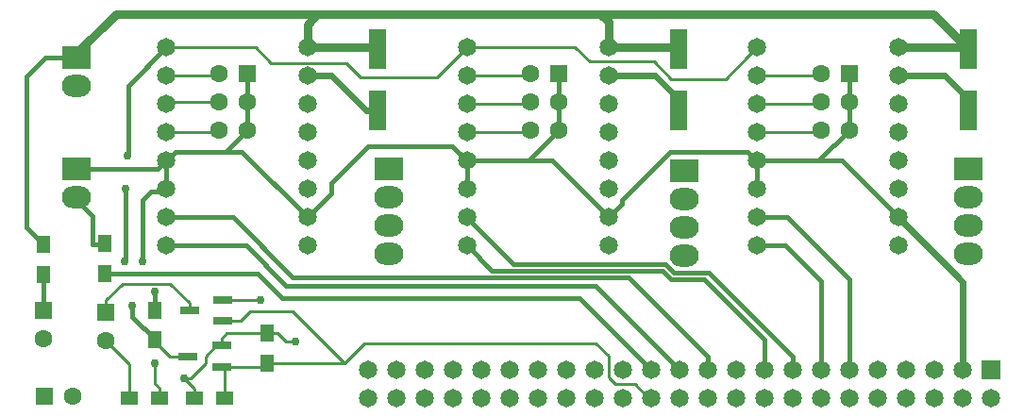
<source format=gtl>
G04 #@! TF.FileFunction,Copper,L1,Top,Signal*
%FSLAX46Y46*%
G04 Gerber Fmt 4.6, Leading zero omitted, Abs format (unit mm)*
G04 Created by KiCad (PCBNEW 4.0.2-stable) date 6/28/2016 8:29:36 AM*
%MOMM*%
G01*
G04 APERTURE LIST*
%ADD10C,0.100000*%
%ADD11R,1.600200X3.599180*%
%ADD12R,2.600000X2.000000*%
%ADD13O,2.600000X2.000000*%
%ADD14R,1.600000X1.600000*%
%ADD15C,1.600000*%
%ADD16R,1.800860X0.800100*%
%ADD17R,1.500000X1.300000*%
%ADD18R,1.300000X1.500000*%
%ADD19R,1.651000X1.651000*%
%ADD20C,1.651000*%
%ADD21C,0.750000*%
%ADD22C,0.400000*%
%ADD23C,0.800000*%
%ADD24C,0.250000*%
%ADD25C,0.600000*%
%ADD26C,0.200000*%
G04 APERTURE END LIST*
D10*
D11*
X113000000Y-99249180D03*
X113000000Y-104750820D03*
X140000000Y-99249180D03*
X140000000Y-104750820D03*
X166000000Y-99249180D03*
X166000000Y-104750820D03*
D12*
X166000000Y-110000000D03*
D13*
X166000000Y-112540000D03*
X166000000Y-115080000D03*
X166000000Y-117620000D03*
D12*
X140500000Y-110200000D03*
D13*
X140500000Y-112740000D03*
X140500000Y-115280000D03*
X140500000Y-117820000D03*
D12*
X114000000Y-110000000D03*
D13*
X114000000Y-112540000D03*
X114000000Y-115080000D03*
X114000000Y-117620000D03*
D12*
X86000000Y-100000000D03*
D13*
X86000000Y-102540000D03*
D14*
X155270000Y-101460000D03*
D15*
X152730000Y-101460000D03*
X155270000Y-104000000D03*
X152730000Y-104000000D03*
X155270000Y-106540000D03*
X152730000Y-106540000D03*
D14*
X129270000Y-101460000D03*
D15*
X126730000Y-101460000D03*
X129270000Y-104000000D03*
X126730000Y-104000000D03*
X129270000Y-106540000D03*
X126730000Y-106540000D03*
D14*
X101270000Y-101460000D03*
D15*
X98730000Y-101460000D03*
X101270000Y-104000000D03*
X98730000Y-104000000D03*
X101270000Y-106540000D03*
X98730000Y-106540000D03*
D14*
X88600000Y-122830000D03*
D15*
X88600000Y-125370000D03*
D14*
X83000000Y-122730000D03*
D15*
X83000000Y-125270000D03*
D16*
X99001140Y-127750000D03*
X99001140Y-125850000D03*
X95998860Y-126800000D03*
X99101140Y-123650000D03*
X99101140Y-121750000D03*
X96098860Y-122700000D03*
D17*
X99250000Y-130600000D03*
X96550000Y-130600000D03*
D18*
X88500000Y-116650000D03*
X88500000Y-119350000D03*
X93000000Y-122650000D03*
X93000000Y-125350000D03*
X103100000Y-127450000D03*
X103100000Y-124750000D03*
D17*
X93450000Y-130600000D03*
X90750000Y-130600000D03*
D18*
X83000000Y-116750000D03*
X83000000Y-119450000D03*
D12*
X86000000Y-110000000D03*
D13*
X86000000Y-112540000D03*
D19*
X168000000Y-128000000D03*
D20*
X168000000Y-130540000D03*
X165460000Y-128000000D03*
X165460000Y-130540000D03*
X162920000Y-128000000D03*
X162920000Y-130540000D03*
X160380000Y-128000000D03*
X160380000Y-130540000D03*
X157840000Y-128000000D03*
X157840000Y-130540000D03*
X155300000Y-128000000D03*
X155300000Y-130540000D03*
X152760000Y-128000000D03*
X152760000Y-130540000D03*
X150220000Y-128000000D03*
X150220000Y-130540000D03*
X147680000Y-128000000D03*
X147680000Y-130540000D03*
X145140000Y-128000000D03*
X145140000Y-130540000D03*
X142600000Y-128000000D03*
X142600000Y-130540000D03*
X140060000Y-128000000D03*
X140060000Y-130540000D03*
X137520000Y-128000000D03*
X137520000Y-130540000D03*
X134980000Y-128000000D03*
X134980000Y-130540000D03*
X132440000Y-128000000D03*
X132440000Y-130540000D03*
X129900000Y-128000000D03*
X129900000Y-130540000D03*
X127360000Y-128000000D03*
X127360000Y-130540000D03*
X124820000Y-128000000D03*
X124820000Y-130540000D03*
X122280000Y-128000000D03*
X122280000Y-130540000D03*
X119740000Y-128000000D03*
X119740000Y-130540000D03*
X117200000Y-128000000D03*
X117200000Y-130540000D03*
X114660000Y-128000000D03*
X114660000Y-130540000D03*
X112120000Y-128000000D03*
X112120000Y-130540000D03*
X147000000Y-99110000D03*
X147000000Y-101650000D03*
X147000000Y-104190000D03*
X147000000Y-106730000D03*
X147000000Y-109270000D03*
X147000000Y-111810000D03*
X147000000Y-114350000D03*
X147000000Y-116890000D03*
X159700000Y-116890000D03*
X159700000Y-114350000D03*
X159700000Y-111810000D03*
X159700000Y-109270000D03*
X159700000Y-106730000D03*
X159700000Y-104190000D03*
X159700000Y-101650000D03*
X159700000Y-99110000D03*
X121000000Y-99110000D03*
X121000000Y-101650000D03*
X121000000Y-104190000D03*
X121000000Y-106730000D03*
X121000000Y-109270000D03*
X121000000Y-111810000D03*
X121000000Y-114350000D03*
X121000000Y-116890000D03*
X133700000Y-116890000D03*
X133700000Y-114350000D03*
X133700000Y-111810000D03*
X133700000Y-109270000D03*
X133700000Y-106730000D03*
X133700000Y-104190000D03*
X133700000Y-101650000D03*
X133700000Y-99110000D03*
X94000000Y-99110000D03*
X94000000Y-101650000D03*
X94000000Y-104190000D03*
X94000000Y-106730000D03*
X94000000Y-109270000D03*
X94000000Y-111810000D03*
X94000000Y-114350000D03*
X94000000Y-116890000D03*
X106700000Y-116890000D03*
X106700000Y-114350000D03*
X106700000Y-111810000D03*
X106700000Y-109270000D03*
X106700000Y-106730000D03*
X106700000Y-104190000D03*
X106700000Y-101650000D03*
X106700000Y-99110000D03*
D14*
X83130000Y-130400000D03*
D15*
X85670000Y-130400000D03*
D21*
X102500000Y-121800000D03*
X95650000Y-128800000D03*
X105600000Y-125500000D03*
X92993752Y-120990552D03*
X93000000Y-127400000D03*
X91900000Y-118300000D03*
X91000000Y-122275019D03*
X90300000Y-118300000D03*
X90400000Y-111800000D03*
X90500000Y-108800000D03*
D22*
X86000000Y-100000000D02*
X83200000Y-100000000D01*
X83200000Y-100000000D02*
X81500000Y-101700000D01*
X81500000Y-101700000D02*
X81500000Y-115250000D01*
X81500000Y-115250000D02*
X83000000Y-116750000D01*
D23*
X106700000Y-99110000D02*
X112860820Y-99110000D01*
X112860820Y-99110000D02*
X113000000Y-99249180D01*
X106700000Y-99110000D02*
X106700000Y-97000000D01*
X106700000Y-97000000D02*
X107600000Y-96100000D01*
X133700000Y-99110000D02*
X139860820Y-99110000D01*
X139860820Y-99110000D02*
X140000000Y-99249180D01*
X133700000Y-99110000D02*
X133700000Y-96800000D01*
X133700000Y-96800000D02*
X133000000Y-96100000D01*
X159700000Y-99110000D02*
X165860820Y-99110000D01*
X165860820Y-99110000D02*
X166000000Y-99249180D01*
X86000000Y-100000000D02*
X86000000Y-99600000D01*
X86000000Y-99600000D02*
X89500000Y-96100000D01*
X89500000Y-96100000D02*
X107600000Y-96100000D01*
X107600000Y-96100000D02*
X133000000Y-96100000D01*
X133000000Y-96100000D02*
X162850820Y-96100000D01*
X162850820Y-96100000D02*
X166000000Y-99249180D01*
D24*
X100301570Y-121800000D02*
X102500000Y-121800000D01*
X99101140Y-121750000D02*
X100251570Y-121750000D01*
X100251570Y-121750000D02*
X100301570Y-121800000D01*
X99001140Y-125850000D02*
X98500760Y-125850000D01*
X98500760Y-125850000D02*
X97538899Y-126811861D01*
X97538899Y-126811861D02*
X97538899Y-127441431D01*
X96180330Y-128800000D02*
X95650000Y-128800000D01*
X97538899Y-127441431D02*
X96180330Y-128800000D01*
X96550000Y-130600000D02*
X96550000Y-129700000D01*
X96550000Y-129700000D02*
X95650000Y-128800000D01*
X104750000Y-125500000D02*
X105600000Y-125500000D01*
X103100000Y-124750000D02*
X104000000Y-124750000D01*
X104000000Y-124750000D02*
X104750000Y-125500000D01*
X103100000Y-124750000D02*
X99451090Y-124750000D01*
X99451090Y-124750000D02*
X99001140Y-125199950D01*
X99001140Y-125199950D02*
X99001140Y-125850000D01*
D25*
X159700000Y-101650000D02*
X163898670Y-101650000D01*
X163898670Y-101650000D02*
X166000000Y-103751330D01*
X166000000Y-103751330D02*
X166000000Y-104750820D01*
X133700000Y-101650000D02*
X137898670Y-101650000D01*
X137898670Y-101650000D02*
X140000000Y-103751330D01*
X140000000Y-103751330D02*
X140000000Y-104750820D01*
X113000000Y-104750820D02*
X111950820Y-104750820D01*
X111950820Y-104750820D02*
X108850000Y-101650000D01*
X108850000Y-101650000D02*
X106700000Y-101650000D01*
X165460000Y-128000000D02*
X165460000Y-120110000D01*
D22*
X93000000Y-120996800D02*
X92993752Y-120990552D01*
X93000000Y-122650000D02*
X93000000Y-120996800D01*
D24*
X93000000Y-129250000D02*
X93000000Y-127400000D01*
X93450000Y-130600000D02*
X93450000Y-129700000D01*
X93450000Y-129700000D02*
X93000000Y-129250000D01*
D22*
X92700000Y-112000000D02*
X93810000Y-112000000D01*
X91900000Y-112800000D02*
X92700000Y-112000000D01*
X91900000Y-118300000D02*
X91900000Y-112800000D01*
X93810000Y-112000000D02*
X94000000Y-111810000D01*
D25*
X165460000Y-120110000D02*
X159700000Y-114350000D01*
D22*
X155270000Y-106540000D02*
X155270000Y-104000000D01*
X155270000Y-104000000D02*
X155270000Y-101460000D01*
X129270000Y-106540000D02*
X129270000Y-104000000D01*
X129270000Y-104000000D02*
X129270000Y-101460000D01*
X101270000Y-106540000D02*
X101270000Y-104000000D01*
X101270000Y-104000000D02*
X101270000Y-101460000D01*
X152540000Y-109270000D02*
X154620000Y-109270000D01*
X154620000Y-109270000D02*
X159700000Y-114350000D01*
X147000000Y-109270000D02*
X152540000Y-109270000D01*
X152540000Y-109270000D02*
X155270000Y-106540000D01*
X147000000Y-109270000D02*
X147000000Y-111810000D01*
X133700000Y-114350000D02*
X134925501Y-113124499D01*
X134925501Y-113124499D02*
X134925501Y-112754497D01*
X134925501Y-112754497D02*
X139235497Y-108444501D01*
X139235497Y-108444501D02*
X146174501Y-108444501D01*
X146174501Y-108444501D02*
X147000000Y-109270000D01*
X108816893Y-111300000D02*
X108816893Y-112233107D01*
X108816893Y-112233107D02*
X106700000Y-114350000D01*
X119665038Y-107935038D02*
X121000000Y-109270000D01*
X108816893Y-111300000D02*
X108816893Y-111278589D01*
X108816893Y-111278589D02*
X112160444Y-107935038D01*
X112160444Y-107935038D02*
X119665038Y-107935038D01*
X126540000Y-109270000D02*
X128620000Y-109270000D01*
X128620000Y-109270000D02*
X133700000Y-114350000D01*
X121000000Y-109270000D02*
X126540000Y-109270000D01*
X126540000Y-109270000D02*
X129270000Y-106540000D01*
X121000000Y-109270000D02*
X121000000Y-111810000D01*
X94000000Y-109270000D02*
X94000000Y-111810000D01*
X106700000Y-114350000D02*
X106700000Y-114072623D01*
X99365499Y-108444501D02*
X100794501Y-108444501D01*
X100794501Y-108444501D02*
X106700000Y-114350000D01*
X94000000Y-109270000D02*
X94825499Y-108444501D01*
X94825499Y-108444501D02*
X99365499Y-108444501D01*
X99365499Y-108444501D02*
X100470001Y-107339999D01*
X100470001Y-107339999D02*
X101270000Y-106540000D01*
X86000000Y-110000000D02*
X93270000Y-110000000D01*
X93270000Y-110000000D02*
X94000000Y-109270000D01*
D24*
X147000000Y-101650000D02*
X152540000Y-101650000D01*
X152540000Y-101650000D02*
X152730000Y-101460000D01*
D22*
X152540000Y-101650000D02*
X152730000Y-101460000D01*
D24*
X147000000Y-104190000D02*
X152540000Y-104190000D01*
X152540000Y-104190000D02*
X152730000Y-104000000D01*
D22*
X152540000Y-104190000D02*
X152730000Y-104000000D01*
D24*
X147000000Y-106730000D02*
X152540000Y-106730000D01*
X152540000Y-106730000D02*
X152730000Y-106540000D01*
D22*
X152540000Y-106730000D02*
X152730000Y-106540000D01*
D24*
X121000000Y-101650000D02*
X126540000Y-101650000D01*
X126540000Y-101650000D02*
X126730000Y-101460000D01*
D22*
X126540000Y-101650000D02*
X126730000Y-101460000D01*
D24*
X121000000Y-104190000D02*
X126540000Y-104190000D01*
X126540000Y-104190000D02*
X126730000Y-104000000D01*
D22*
X126540000Y-104190000D02*
X126730000Y-104000000D01*
D24*
X121000000Y-106730000D02*
X126540000Y-106730000D01*
X126540000Y-106730000D02*
X126730000Y-106540000D01*
D22*
X126540000Y-106730000D02*
X126730000Y-106540000D01*
D24*
X94000000Y-101650000D02*
X98540000Y-101650000D01*
X98540000Y-101650000D02*
X98730000Y-101460000D01*
D22*
X98540000Y-101650000D02*
X98730000Y-101460000D01*
D24*
X98730000Y-104000000D02*
X94190000Y-104000000D01*
X94190000Y-104000000D02*
X94000000Y-104190000D01*
X94000000Y-106730000D02*
X98540000Y-106730000D01*
X98540000Y-106730000D02*
X98730000Y-106540000D01*
X88600000Y-121780000D02*
X88600000Y-122830000D01*
X96098860Y-122700000D02*
X96098860Y-122049950D01*
X96098860Y-122049950D02*
X94339461Y-120290551D01*
X94339461Y-120290551D02*
X90089449Y-120290551D01*
X90089449Y-120290551D02*
X88600000Y-121780000D01*
X90750000Y-130600000D02*
X90750000Y-127520000D01*
X90750000Y-127520000D02*
X88600000Y-125370000D01*
D22*
X83000000Y-119450000D02*
X83000000Y-122430000D01*
X83000000Y-122430000D02*
X83100000Y-122530000D01*
D26*
X83000000Y-122430000D02*
X83100000Y-122530000D01*
D24*
X110000000Y-127450000D02*
X111817790Y-125632210D01*
X111817790Y-125632210D02*
X132547359Y-125632210D01*
X132547359Y-125632210D02*
X133692899Y-126777750D01*
X133692899Y-126777750D02*
X133692899Y-128733550D01*
X133692899Y-128733550D02*
X134279639Y-129320290D01*
X134279639Y-129320290D02*
X136077814Y-129320290D01*
X136077814Y-129320290D02*
X137282534Y-130525010D01*
X137282534Y-130525010D02*
X137505010Y-130525010D01*
X137505010Y-130525010D02*
X137520000Y-130540000D01*
X99101140Y-123650000D02*
X100713280Y-123650000D01*
X100713280Y-123650000D02*
X101559360Y-122803920D01*
X101559360Y-122803920D02*
X105353920Y-122803920D01*
X105353920Y-122803920D02*
X110000000Y-127450000D01*
X103100000Y-127450000D02*
X110000000Y-127450000D01*
X99250000Y-130600000D02*
X99250000Y-127998860D01*
X99250000Y-127998860D02*
X99001140Y-127750000D01*
X99001140Y-127750000D02*
X102800000Y-127750000D01*
X102800000Y-127750000D02*
X103100000Y-127450000D01*
D22*
X137520000Y-130000000D02*
X137500000Y-130000000D01*
X91000000Y-123250000D02*
X91000000Y-122805349D01*
X91000000Y-122805349D02*
X91000000Y-122275019D01*
X93000000Y-125250000D02*
X91000000Y-123250000D01*
X93000000Y-125350000D02*
X93000000Y-125250000D01*
D24*
X95998860Y-126800000D02*
X94350000Y-126800000D01*
X94350000Y-126800000D02*
X93000000Y-125450000D01*
X93000000Y-125450000D02*
X93000000Y-125350000D01*
X121000000Y-99110000D02*
X121056648Y-99053352D01*
X121056648Y-99053352D02*
X130666223Y-99053352D01*
X130666223Y-99053352D02*
X131988961Y-100376090D01*
X131988961Y-100376090D02*
X137757565Y-100376090D01*
X137757565Y-100376090D02*
X139300758Y-101919283D01*
X139300758Y-101919283D02*
X144190717Y-101919283D01*
X144190717Y-101919283D02*
X146174501Y-99935499D01*
X146174501Y-99935499D02*
X147000000Y-99110000D01*
X94000000Y-99110000D02*
X102050263Y-99110000D01*
X102050263Y-99110000D02*
X103439762Y-100499499D01*
X103439762Y-100499499D02*
X110177446Y-100499499D01*
X110177446Y-100499499D02*
X111495052Y-101817105D01*
X111495052Y-101817105D02*
X118292895Y-101817105D01*
X118292895Y-101817105D02*
X120174501Y-99935499D01*
X120174501Y-99935499D02*
X121000000Y-99110000D01*
D22*
X90300000Y-118300000D02*
X90400000Y-118200000D01*
X90400000Y-118200000D02*
X90400000Y-111800000D01*
X90500000Y-108800000D02*
X90600000Y-108700000D01*
X90600000Y-108700000D02*
X90600000Y-102510000D01*
X90600000Y-102510000D02*
X94000000Y-99110000D01*
X87500000Y-116750000D02*
X88400000Y-116750000D01*
X88400000Y-116750000D02*
X88500000Y-116650000D01*
D24*
X87500000Y-116750000D02*
X87400000Y-116750000D01*
D22*
X87400000Y-114200000D02*
X87400000Y-116750000D01*
X87400000Y-114200000D02*
X86000000Y-112800000D01*
D24*
X88400000Y-116750000D02*
X88500000Y-116650000D01*
D22*
X86000000Y-112540000D02*
X86000000Y-112800000D01*
X88500000Y-119350000D02*
X102241648Y-119350000D01*
X131072596Y-121552596D02*
X137520000Y-128000000D01*
X131072596Y-121552596D02*
X104444244Y-121552596D01*
X104444244Y-121552596D02*
X102341648Y-119450000D01*
X102241648Y-119350000D02*
X102341648Y-119450000D01*
X155300000Y-128000000D02*
X155300000Y-119900000D01*
X147000000Y-114350000D02*
X149750000Y-114350000D01*
X149750000Y-114350000D02*
X155300000Y-119900000D01*
X152760000Y-128000000D02*
X152760000Y-120060000D01*
X149590000Y-116890000D02*
X147000000Y-116890000D01*
X152760000Y-120060000D02*
X149590000Y-116890000D01*
X121825499Y-115175499D02*
X121000000Y-114350000D01*
X125149978Y-118499978D02*
X121825499Y-115175499D01*
X138797064Y-118499978D02*
X125149978Y-118499978D01*
X150220000Y-126832567D02*
X142687411Y-119299978D01*
X142687411Y-119299978D02*
X139597064Y-119299978D01*
X150220000Y-128000000D02*
X150220000Y-126832567D01*
X139597064Y-119299978D02*
X138797064Y-118499978D01*
X139348532Y-119899989D02*
X142244606Y-119899989D01*
X147680000Y-126832567D02*
X147680000Y-128000000D01*
X142244606Y-119899989D02*
X147680000Y-125335383D01*
X147680000Y-125335383D02*
X147680000Y-126832567D01*
X138548532Y-119099989D02*
X139348532Y-119899989D01*
X123209989Y-119099989D02*
X138548532Y-119099989D01*
X121000000Y-116890000D02*
X123209989Y-119099989D01*
X142600000Y-128000000D02*
X142600000Y-126832567D01*
X142600000Y-126832567D02*
X135467433Y-119700000D01*
X135467433Y-119700000D02*
X105400000Y-119700000D01*
X105400000Y-119700000D02*
X100050000Y-114350000D01*
X100050000Y-114350000D02*
X94000000Y-114350000D01*
X140060000Y-128000000D02*
X132544659Y-120484659D01*
X132544659Y-120484659D02*
X104784659Y-120484659D01*
X104784659Y-120484659D02*
X101190000Y-116890000D01*
X101190000Y-116890000D02*
X94000000Y-116890000D01*
M02*

</source>
